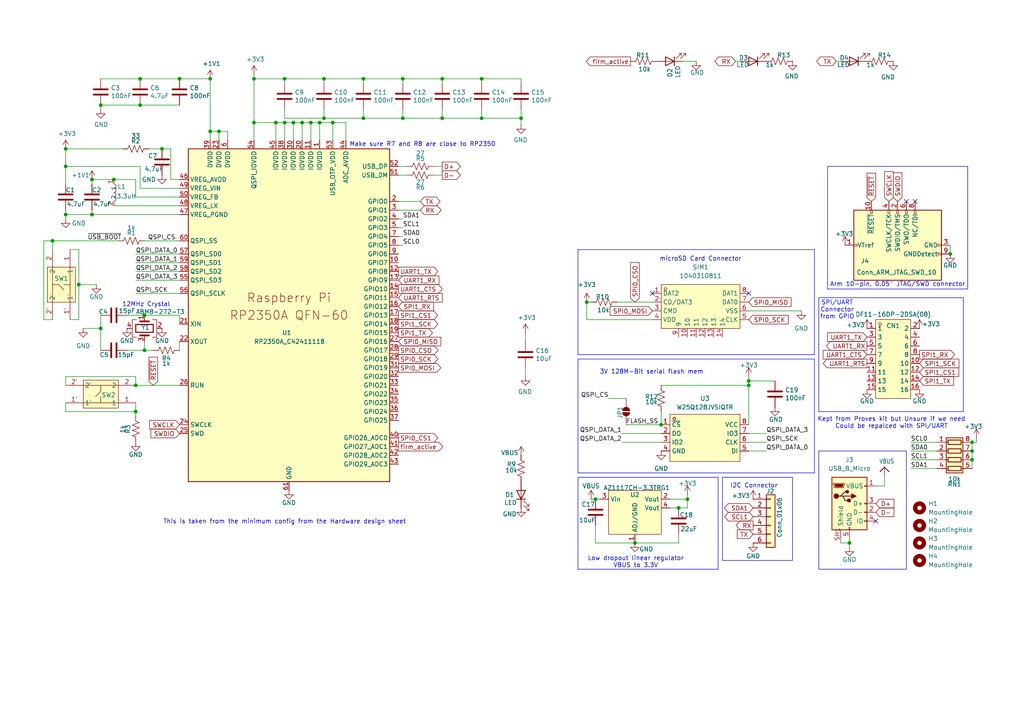
<source format=kicad_sch>
(kicad_sch (version 20250114) (generator "eeschema") (generator_version "9.0")
  (paper "A4")
  (title_block (date "2025-04-01") (rev "1") (company "Bronco Space") (comment 1 "SCALES") (comment 2 "By John Pollak"))
  (rectangle (start 167.64 138.43) (end 208.28 165.1))
  (rectangle (start 237.49 130.81) (end 262.89 165.1))
  (rectangle (start 209.55 138.43) (end 229.87 162.56))
  (rectangle (start 237.49 86.36) (end 279.4 119.38))
  (rectangle (start 240.03 48.26) (end 280.67 83.82))
  (rectangle (start 106.68 219.71) (end 153.67 270.51))
  (text "12MHz Crystal" (at 42.418 88.392 0) (effects (font (size 1.27 1.27))))
  (text "Low dropout linear regulator\nVBUS to 3.3V" (at 184.404 163.068 0) (effects (font (size 1.27 1.27))))
  (text "Kept from Proves kit but Unsure if we need\nCould be repalced with SPI/UART\n" (at 258.572 122.682 0) (effects (font (size 1.27 1.27))))
  (text "3V 128M-Bit serial flash mem\n" (at 188.976 107.95 0) (effects (font (size 1.27 1.27))))
  (text "Make sure R7 and R8 are close to RP2350\n" (at 101.346 42.672 0) (effects (font (size 1.27 1.27)) (justify left bottom)))
  (text "microSD Card Connector" (at 203.2 75.184 0) (effects (font (size 1.27 1.27))))
  (text "Arm 10-pin, 0.05\" JTAG/SWD connector" (at 260.35 82.55 0) (effects (font (size 1.27 1.27))))
  (text "This is taken from the minimum config from the Hardware design sheet" (at 82.55 151.384 0) (effects (font (size 1.27 1.27))))
  (text "I2C Connector" (at 218.694 140.97 0) (effects (font (size 1.27 1.27))))
  (text "SPI/UART\nConnector\nfrom GPIO" (at 242.824 89.916 0) (effects (font (size 1.27 1.27))))
  (junction (at 63.5 38.1))
  (junction (at 41.91 91.44))
  (junction (at 19.05 62.23))
  (junction (at 196.85 147.32))
  (junction (at 151.13 34.29))
  (junction (at 139.7 34.29))
  (junction (at 26.67 62.23))
  (junction (at 40.64 22.86))
  (junction (at 73.66 35.56))
  (junction (at 82.55 35.56))
  (junction (at 90.17 35.56))
  (junction (at 184.15 157.48))
  (junction (at 41.91 101.6))
  (junction (at 281.94 133.35))
  (junction (at 172.72 144.78))
  (junction (at 114.3 264.16))
  (junction (at 217.17 110.49))
  (junction (at 281.94 128.27))
  (junction (at 170.18 87.63))
  (junction (at 40.64 30.48))
  (junction (at 15.24 69.85))
  (junction (at 116.84 22.86))
  (junction (at 85.09 35.56))
  (junction (at 93.98 34.29))
  (junction (at 29.21 95.25))
  (junction (at 26.67 52.07))
  (junction (at 217.17 111.76))
  (junction (at 80.01 35.56))
  (junction (at 93.98 22.86))
  (junction (at 19.05 43.18))
  (junction (at 82.55 22.86))
  (junction (at 199.39 144.78))
  (junction (at 73.66 22.86))
  (junction (at 191.77 123.19))
  (junction (at 60.96 22.86))
  (junction (at 39.37 119.38))
  (junction (at 246.38 157.48))
  (junction (at 87.63 35.56))
  (junction (at 22.86 82.55))
  (junction (at 105.41 34.29))
  (junction (at 116.84 34.29))
  (junction (at 275.59 73.66))
  (junction (at 281.94 130.81))
  (junction (at 139.7 22.86))
  (junction (at 92.71 35.56))
  (junction (at 46.99 43.18))
  (junction (at 52.07 22.86))
  (junction (at 33.02 52.07))
  (junction (at 29.21 30.48))
  (junction (at 105.41 22.86))
  (junction (at 19.05 48.26))
  (junction (at 96.52 35.56))
  (junction (at 128.27 34.29))
  (junction (at 39.37 111.76))
  (junction (at 60.96 38.1))
  (junction (at 128.27 22.86))
  (junction (at 149.86 233.68))
  (no_connect (at 265.43 58.42))
  (no_connect (at 254 151.13))
  (no_connect (at 133.35 256.54))
  (no_connect (at 262.89 58.42))
  (no_connect (at 133.35 254))
  (no_connect (at 189.23 85.09))
  (no_connect (at 217.17 85.09))
  (wire (pts (xy 170.18 87.63) (xy 171.45 87.63)))
  (wire (pts (xy 133.35 226.06) (xy 137.16 226.06)))
  (wire (pts (xy 29.21 30.48) (xy 40.64 30.48)))
  (wire (pts (xy 116.84 66.04) (xy 115.57 66.04)))
  (wire (pts (xy 19.05 62.23) (xy 19.05 63.5)))
  (polyline (pts (xy 167.64 137.16) (xy 167.64 104.14)))
  (polyline (pts (xy 236.22 102.87) (xy 236.22 72.39)))
  (wire (pts (xy 82.55 35.56) (xy 82.55 40.64)))
  (wire (pts (xy 49.53 52.07) (xy 49.53 43.18)))
  (polyline (pts (xy 167.64 72.39) (xy 236.22 72.39)))
  (wire (pts (xy 26.67 53.34) (xy 26.67 52.07)))
  (wire (pts (xy 93.98 24.13) (xy 93.98 22.86)))
  (wire (pts (xy 139.7 34.29) (xy 151.13 34.29)))
  (wire (pts (xy 105.41 22.86) (xy 116.84 22.86)))
  (wire (pts (xy 199.39 147.32) (xy 199.39 144.78)))
  (wire (pts (xy 63.5 38.1) (xy 66.04 38.1)))
  (wire (pts (xy 246.38 157.48) (xy 246.38 158.75)))
  (wire (pts (xy 39.37 76.2) (xy 52.07 76.2)))
  (wire (pts (xy 151.13 34.29) (xy 151.13 36.195)))
  (wire (pts (xy 116.84 71.12) (xy 115.57 71.12)))
  (wire (pts (xy 264.16 128.27) (xy 271.78 128.27)))
  (wire (pts (xy 217.17 110.49) (xy 217.17 111.76)))
  (wire (pts (xy 199.39 147.32) (xy 196.85 147.32)))
  (wire (pts (xy 85.09 35.56) (xy 87.63 35.56)))
  (wire (pts (xy 264.16 135.89) (xy 271.78 135.89)))
  (wire (pts (xy 152.4 96.52) (xy 152.4 99.06)))
  (wire (pts (xy 19.05 60.96) (xy 19.05 62.23)))
  (wire (pts (xy 24.13 95.25) (xy 29.21 95.25)))
  (wire (pts (xy 133.35 246.38) (xy 137.16 246.38)))
  (wire (pts (xy 152.4 109.22) (xy 152.4 106.68)))
  (wire (pts (xy 139.7 34.29) (xy 128.27 34.29)))
  (wire (pts (xy 15.24 72.39) (xy 15.24 69.85)))
  (wire (pts (xy 139.7 31.75) (xy 139.7 34.29)))
  (wire (pts (xy 52.07 57.15) (xy 39.37 57.15)))
  (polyline (pts (xy 236.22 137.16) (xy 167.64 137.16)))
  (wire (pts (xy 41.91 69.85) (xy 52.07 69.85)))
  (wire (pts (xy 26.67 52.07) (xy 33.02 52.07)))
  (wire (pts (xy 82.55 31.75) (xy 82.55 34.29)))
  (wire (pts (xy 73.66 35.56) (xy 73.66 22.86)))
  (wire (pts (xy 36.83 101.6) (xy 41.91 101.6)))
  (wire (pts (xy 264.16 133.35) (xy 271.78 133.35)))
  (wire (pts (xy 196.85 147.32) (xy 194.31 147.32)))
  (wire (pts (xy 93.98 34.29) (xy 82.55 34.29)))
  (wire (pts (xy 22.86 82.55) (xy 27.94 82.55)))
  (wire (pts (xy 283.21 127) (xy 283.21 128.27)))
  (wire (pts (xy 128.27 22.86) (xy 139.7 22.86)))
  (wire (pts (xy 15.24 92.71) (xy 12.7 92.71)))
  (polyline (pts (xy 167.64 104.14) (xy 236.22 104.14)))
  (wire (pts (xy 87.63 35.56) (xy 87.63 40.64)))
  (wire (pts (xy 256.54 140.97) (xy 256.54 138.049)))
  (wire (pts (xy 39.37 109.22) (xy 39.37 111.76)))
  (wire (pts (xy 116.84 22.86) (xy 128.27 22.86)))
  (wire (pts (xy 172.72 157.48) (xy 172.72 152.4)))
  (wire (pts (xy 149.86 233.68) (xy 149.86 234.95)))
  (wire (pts (xy 180.34 125.73) (xy 191.77 125.73)))
  (polyline (pts (xy 167.64 72.39) (xy 167.64 102.87)))
  (wire (pts (xy 20.32 72.39) (xy 22.86 72.39)))
  (wire (pts (xy 121.92 58.42) (xy 115.57 58.42)))
  (wire (pts (xy 191.77 119.38) (xy 191.77 123.19)))
  (wire (pts (xy 66.04 40.64) (xy 66.04 38.1)))
  (wire (pts (xy 149.86 228.6) (xy 149.86 233.68)))
  (wire (pts (xy 222.25 128.27) (xy 217.17 128.27)))
  (wire (pts (xy 180.34 128.27) (xy 191.77 128.27)))
  (polyline (pts (xy 167.64 102.87) (xy 236.22 102.87)))
  (wire (pts (xy 39.37 85.09) (xy 52.07 85.09)))
  (wire (pts (xy 19.05 43.18) (xy 35.56 43.18)))
  (wire (pts (xy 281.94 128.27) (xy 281.94 130.81)))
  (wire (pts (xy 128.27 31.75) (xy 128.27 34.29)))
  (wire (pts (xy 196.85 157.48) (xy 196.85 154.94)))
  (wire (pts (xy 82.55 35.56) (xy 85.09 35.56)))
  (wire (pts (xy 118.11 50.8) (xy 115.57 50.8)))
  (wire (pts (xy 116.84 68.58) (xy 115.57 68.58)))
  (wire (pts (xy 22.86 92.71) (xy 22.86 82.55)))
  (wire (pts (xy 179.07 87.63) (xy 189.23 87.63)))
  (wire (pts (xy 217.17 110.49) (xy 224.79 110.49)))
  (wire (pts (xy 151.13 24.13) (xy 151.13 22.86)))
  (wire (pts (xy 29.21 95.25) (xy 29.21 101.6)))
  (wire (pts (xy 19.05 119.38) (xy 39.37 119.38)))
  (wire (pts (xy 20.32 92.71) (xy 22.86 92.71)))
  (wire (pts (xy 39.37 116.84) (xy 39.37 119.38)))
  (wire (pts (xy 87.63 35.56) (xy 90.17 35.56)))
  (wire (pts (xy 283.21 128.27) (xy 281.94 128.27)))
  (wire (pts (xy 242.57 17.78) (xy 243.84 17.78)))
  (wire (pts (xy 217.17 90.17) (xy 232.41 90.17)))
  (wire (pts (xy 116.84 31.75) (xy 116.84 34.29)))
  (wire (pts (xy 90.17 35.56) (xy 90.17 40.64)))
  (wire (pts (xy 121.92 60.96) (xy 115.57 60.96)))
  (wire (pts (xy 116.84 63.5) (xy 115.57 63.5)))
  (wire (pts (xy 80.01 35.56) (xy 80.01 40.64)))
  (wire (pts (xy 33.02 59.69) (xy 52.07 59.69)))
  (wire (pts (xy 29.21 91.44) (xy 29.21 95.25)))
  (wire (pts (xy 114.3 264.16) (xy 118.11 264.16)))
  (wire (pts (xy 128.27 24.13) (xy 128.27 22.86)))
  (wire (pts (xy 199.39 143.51) (xy 199.39 144.78)))
  (wire (pts (xy 213.36 17.78) (xy 214.63 17.78)))
  (wire (pts (xy 39.37 78.74) (xy 52.07 78.74)))
  (wire (pts (xy 15.24 69.85) (xy 34.29 69.85)))
  (wire (pts (xy 82.55 22.86) (xy 93.98 22.86)))
  (wire (pts (xy 40.64 22.86) (xy 52.07 22.86)))
  (wire (pts (xy 12.7 92.71) (xy 12.7 69.85)))
  (wire (pts (xy 133.35 243.84) (xy 137.16 243.84)))
  (wire (pts (xy 80.01 35.56) (xy 82.55 35.56)))
  (wire (pts (xy 116.84 24.13) (xy 116.84 22.86)))
  (wire (pts (xy 93.98 22.86) (xy 105.41 22.86)))
  (wire (pts (xy 184.15 157.48) (xy 196.85 157.48)))
  (wire (pts (xy 146.05 228.6) (xy 149.86 228.6)))
  (wire (pts (xy 135.89 231.14) (xy 135.89 228.6)))
  (wire (pts (xy 19.05 43.18) (xy 19.05 48.26)))
  (wire (pts (xy 172.72 144.78) (xy 173.99 144.78)))
  (wire (pts (xy 189.23 92.71) (xy 170.18 92.71)))
  (wire (pts (xy 116.84 34.29) (xy 105.41 34.29)))
  (wire (pts (xy 29.21 30.48) (xy 29.21 31.75)))
  (wire (pts (xy 90.17 35.56) (xy 92.71 35.56)))
  (wire (pts (xy 128.27 48.26) (xy 125.73 48.26)))
  (wire (pts (xy 29.21 22.86) (xy 40.64 22.86)))
  (wire (pts (xy 41.91 101.6) (xy 44.45 101.6)))
  (wire (pts (xy 22.86 72.39) (xy 22.86 82.55)))
  (wire (pts (xy 137.16 238.76) (xy 137.16 241.3)))
  (wire (pts (xy 243.84 157.48) (xy 243.84 156.21)))
  (wire (pts (xy 133.35 241.3) (xy 137.16 241.3)))
  (wire (pts (xy 43.18 43.18) (xy 46.99 43.18)))
  (wire (pts (xy 63.5 40.64) (xy 63.5 38.1)))
  (wire (pts (xy 26.67 62.23) (xy 52.07 62.23)))
  (wire (pts (xy 93.98 31.75) (xy 93.98 34.29)))
  (wire (pts (xy 96.52 35.56) (xy 96.52 40.64)))
  (wire (pts (xy 33.02 52.07) (xy 39.37 52.07)))
  (wire (pts (xy 39.37 73.66) (xy 52.07 73.66)))
  (wire (pts (xy 146.05 233.68) (xy 149.86 233.68)))
  (wire (pts (xy 40.64 54.61) (xy 52.07 54.61)))
  (wire (pts (xy 281.94 130.81) (xy 281.94 133.35)))
  (wire (pts (xy 139.7 22.86) (xy 151.13 22.86)))
  (wire (pts (xy 243.84 157.48) (xy 246.38 157.48)))
  (wire (pts (xy 41.91 101.6) (xy 41.91 99.06)))
  (polyline (pts (xy 236.22 104.14) (xy 236.22 137.16)))
  (wire (pts (xy 133.35 231.14) (xy 135.89 231.14)))
  (wire (pts (xy 133.35 238.76) (xy 137.16 238.76)))
  (wire (pts (xy 176.53 115.57) (xy 181.61 115.57)))
  (wire (pts (xy 118.11 48.26) (xy 115.57 48.26)))
  (wire (pts (xy 60.96 38.1) (xy 60.96 22.86)))
  (wire (pts (xy 92.71 35.56) (xy 92.71 40.64)))
  (wire (pts (xy 100.33 40.64) (xy 100.33 35.56)))
  (wire (pts (xy 19.05 62.23) (xy 26.67 62.23)))
  (wire (pts (xy 222.25 125.73) (xy 217.17 125.73)))
  (wire (pts (xy 49.53 52.07) (xy 52.07 52.07)))
  (wire (pts (xy 194.31 144.78) (xy 199.39 144.78)))
  (wire (pts (xy 105.41 31.75) (xy 105.41 34.29)))
  (wire (pts (xy 85.09 35.56) (xy 85.09 40.64)))
  (wire (pts (xy 40.64 48.26) (xy 40.64 54.61)))
  (wire (pts (xy 19.05 111.76) (xy 19.05 109.22)))
  (wire (pts (xy 246.38 157.48) (xy 246.38 156.21)))
  (wire (pts (xy 19.05 48.26) (xy 19.05 53.34)))
  (wire (pts (xy 275.59 71.12) (xy 275.59 73.66)))
  (wire (pts (xy 172.72 157.48) (xy 184.15 157.48)))
  (wire (pts (xy 49.53 43.18) (xy 46.99 43.18)))
  (wire (pts (xy 105.41 24.13) (xy 105.41 22.86)))
  (wire (pts (xy 19.05 109.22) (xy 39.37 109.22)))
  (wire (pts (xy 19.05 116.84) (xy 19.05 119.38)))
  (wire (pts (xy 52.07 22.86) (xy 60.96 22.86)))
  (wire (pts (xy 264.16 130.81) (xy 271.78 130.81)))
  (wire (pts (xy 82.55 24.13) (xy 82.55 22.86)))
  (wire (pts (xy 60.96 40.64) (xy 60.96 38.1)))
  (wire (pts (xy 39.37 111.76) (xy 52.07 111.76)))
  (wire (pts (xy 73.66 22.86) (xy 82.55 22.86)))
  (wire (pts (xy 73.66 35.56) (xy 80.01 35.56)))
  (wire (pts (xy 133.35 233.68) (xy 138.43 233.68)))
  (wire (pts (xy 52.07 101.6) (xy 52.07 99.06)))
  (wire (pts (xy 39.37 57.15) (xy 39.37 52.07)))
  (wire (pts (xy 201.93 17.78) (xy 198.12 17.78)))
  (wire (pts (xy 171.45 144.78) (xy 172.72 144.78)))
  (wire (pts (xy 19.05 48.26) (xy 40.64 48.26)))
  (wire (pts (xy 151.13 31.75) (xy 151.13 34.29)))
  (wire (pts (xy 73.66 21.59) (xy 73.66 22.86)))
  (wire (pts (xy 139.7 24.13) (xy 139.7 22.86)))
  (wire (pts (xy 217.17 109.22) (xy 217.17 110.49)))
  (wire (pts (xy 181.61 123.19) (xy 191.77 123.19)))
  (wire (pts (xy 217.17 111.76) (xy 217.17 123.19)))
  (wire (pts (xy 170.18 92.71) (xy 170.18 87.63)))
  (wire (pts (xy 114.3 264.16) (xy 114.3 265.43)))
  (wire (pts (xy 128.27 34.29) (xy 116.84 34.29)))
  (wire (pts (xy 110.49 264.16) (xy 114.3 264.16)))
  (wire (pts (xy 222.25 130.81) (xy 217.17 130.81)))
  (wire (pts (xy 96.52 35.56) (xy 100.33 35.56)))
  (wire (pts (xy 254 140.97) (xy 256.54 140.97)))
  (wire (pts (xy 128.27 50.8) (xy 125.73 50.8)))
  (wire (pts (xy 135.89 228.6) (xy 138.43 228.6)))
  (wire (pts (xy 105.41 34.29) (xy 93.98 34.29)))
  (wire (pts (xy 36.83 91.44) (xy 41.91 91.44)))
  (wire (pts (xy 41.91 91.44) (xy 52.07 91.44)))
  (wire (pts (xy 12.7 69.85) (xy 15.24 69.85)))
  (wire (pts (xy 26.67 60.96) (xy 26.67 62.23)))
  (wire (pts (xy 40.64 30.48) (xy 52.07 30.48)))
  (wire (pts (xy 137.16 243.84) (xy 137.16 246.38)))
  (wire (pts (xy 281.94 133.35) (xy 281.94 135.89)))
  (wire (pts (xy 73.66 35.56) (xy 73.66 40.64)))
  (wire (pts (xy 39.37 81.28) (xy 52.07 81.28)))
  (wire (pts (xy 52.07 93.98) (xy 52.07 91.44)))
  (wire (pts (xy 39.37 119.38) (xy 39.37 120.65)))
  (wire (pts (xy 60.96 38.1) (xy 63.5 38.1)))
  (wire (pts (xy 92.71 35.56) (xy 96.52 35.56)))
  (wire (pts (xy 191.77 111.76) (xy 217.17 111.76)))
  (label "SCL0" (at 264.16 128.27 0))
  (label "QSPI_DATA_1" (at 180.34 125.73 180))
  (label "QSPI_DATA_1" (at 39.37 76.2 0))
  (label "SDA1" (at 264.16 135.89 0))
  (label "QSPI_DATA_0" (at 39.37 73.66 0))
  (label "~{USB_BOOT}" (at 25.4 69.85 0))
  (label " QSPI_CS" (at 176.53 115.57 180))
  (label "SDA1" (at 116.84 63.5 0))
  (label " QSPI_CS" (at 41.91 69.85 0))
  (label "FLASH_SS" (at 181.61 123.19 0))
  (label "SDA0" (at 116.84 68.58 0))
  (label "QSPI_DATA_3" (at 222.25 125.73 0))
  (label "SDA0" (at 264.16 130.81 0))
  (label "QSPI_DATA_2" (at 180.34 128.27 180))
  (label "QSPI_SCK" (at 222.25 128.27 0))
  (label "SCL0" (at 116.84 71.12 0))
  (label "QSPI_DATA_0" (at 222.25 130.81 0))
  (label "SCL1" (at 264.16 133.35 0))
  (label "QSPI_DATA_3" (at 39.37 81.28 0))
  (label "SCL1" (at 116.84 66.04 0))
  (label "QSPI_SCK" (at 39.37 85.09 0))
  (label "QSPI_DATA_2" (at 39.37 78.74 0))
  (global_label "RX" (shape bidirectional) (at 121.92 60.96 0) (property "Intersheetrefs" "${INTERSHEET_REFS}" (effects (hide yes))))
  (global_label "SWCLK" (shape input) (at 257.81 58.42 90) (property "Intersheetrefs" "${INTERSHEET_REFS}" (effects (hide yes))))
  (global_label "SPI0_SCK" (shape input) (at 217.17 92.71 0) (property "Intersheetrefs" "${INTERSHEET_REFS}" (effects (hide yes))))
  (global_label "SPI1_TX" (shape output) (at 115.57 96.52 0) (property "Intersheetrefs" "${INTERSHEET_REFS}" (effects (hide yes))))
  (global_label "SPI1_SCK" (shape output) (at 115.57 93.98 0) (property "Intersheetrefs" "${INTERSHEET_REFS}" (effects (hide yes))))
  (global_label "D+" (shape input) (at 254 146.05 0) (property "Intersheetrefs" "${INTERSHEET_REFS}" (effects (hide yes))))
  (global_label "D-" (shape input) (at 137.16 240.03 0) (property "Intersheetrefs" "${INTERSHEET_REFS}" (effects (hide yes))))
  (global_label "UART1_TX" (shape input) (at 251.46 97.79 180) (property "Intersheetrefs" "${INTERSHEET_REFS}" (effects (hide yes))))
  (global_label "SPI0_MOSI" (shape input) (at 189.23 90.17 180) (property "Intersheetrefs" "${INTERSHEET_REFS}" (effects (hide yes))))
  (global_label "TX" (shape bidirectional) (at 121.92 58.42 0) (property "Intersheetrefs" "${INTERSHEET_REFS}" (effects (hide yes))))
  (global_label "SWCLK" (shape input) (at 52.07 123.19 180) (property "Intersheetrefs" "${INTERSHEET_REFS}" (effects (hide yes))))
  (global_label "D+" (shape output) (at 128.27 48.26 0) (property "Intersheetrefs" "${INTERSHEET_REFS}" (effects (hide yes))))
  (global_label "SPI0_MOSI" (shape output) (at 115.57 106.68 0) (property "Intersheetrefs" "${INTERSHEET_REFS}" (effects (hide yes))))
  (global_label "SWDIO" (shape input) (at 260.35 58.42 90) (property "Intersheetrefs" "${INTERSHEET_REFS}" (effects (hide yes))))
  (global_label "SPI0_CSO" (shape input) (at 184.15 87.63 90) (property "Intersheetrefs" "${INTERSHEET_REFS}" (effects (hide yes))))
  (global_label "SPI0_MISO" (shape input) (at 115.57 99.06 0) (property "Intersheetrefs" "${INTERSHEET_REFS}" (effects (hide yes))))
  (global_label "SPI1_RX" (shape output) (at 266.7 102.87 0) (property "Intersheetrefs" "${INTERSHEET_REFS}" (effects (hide yes))))
  (global_label "UART1_CTS" (shape input) (at 251.46 102.87 180) (property "Intersheetrefs" "${INTERSHEET_REFS}" (effects (hide yes))))
  (global_label "SDA1" (shape bidirectional) (at 218.44 147.32 180) (property "Intersheetrefs" "${INTERSHEET_REFS}" (effects (hide yes))))
  (global_label "SWDIO" (shape input) (at 52.07 125.73 180) (property "Intersheetrefs" "${INTERSHEET_REFS}" (effects (hide yes))))
  (global_label "TX" (shape bidirectional) (at 242.57 17.78 180) (property "Intersheetrefs" "${INTERSHEET_REFS}" (effects (hide yes))))
  (global_label "UART1_RX" (shape input) (at 115.57 81.28 0) (property "Intersheetrefs" "${INTERSHEET_REFS}" (effects (hide yes))))
  (global_label "SPI1_SCK" (shape input) (at 266.7 105.41 0) (property "Intersheetrefs" "${INTERSHEET_REFS}" (effects (hide yes))))
  (global_label "UART1_RTS" (shape input) (at 115.57 86.36 0) (property "Intersheetrefs" "${INTERSHEET_REFS}" (effects (hide yes))))
  (global_label "SPI0_SCK" (shape output) (at 115.57 104.14 0) (property "Intersheetrefs" "${INTERSHEET_REFS}" (effects (hide yes))))
  (global_label "RX" (shape bidirectional) (at 213.36 17.78 180) (property "Intersheetrefs" "${INTERSHEET_REFS}" (effects (hide yes))))
  (global_label "D-" (shape output) (at 128.27 50.8 0) (property "Intersheetrefs" "${INTERSHEET_REFS}" (effects (hide yes))))
  (global_label "firm_active" (shape output) (at 115.57 129.54 0) (property "Intersheetrefs" "${INTERSHEET_REFS}" (effects (hide yes))))
  (global_label "SPI1_TX" (shape input) (at 266.7 110.49 0) (property "Intersheetrefs" "${INTERSHEET_REFS}" (effects (hide yes))))
  (global_label "D-" (shape input) (at 254 148.59 0) (property "Intersheetrefs" "${INTERSHEET_REFS}" (effects (hide yes))))
  (global_label "SPI0_CS1" (shape output) (at 115.57 127 0) (property "Intersheetrefs" "${INTERSHEET_REFS}" (effects (hide yes))))
  (global_label "~{RESET}" (shape input) (at 44.45 111.76 90) (property "Intersheetrefs" "${INTERSHEET_REFS}" (effects (hide yes))))
  (global_label "SPI0_MISO" (shape input) (at 217.17 87.63 0) (property "Intersheetrefs" "${INTERSHEET_REFS}" (effects (hide yes))))
  (global_label "UART1_RX" (shape output) (at 251.46 100.33 180) (property "Intersheetrefs" "${INTERSHEET_REFS}" (effects (hide yes))))
  (global_label "D+" (shape input) (at 137.16 245.11 0) (property "Intersheetrefs" "${INTERSHEET_REFS}" (effects (hide yes))))
  (global_label "SPI0_CSO" (shape output) (at 115.57 101.6 0) (property "Intersheetrefs" "${INTERSHEET_REFS}" (effects (hide yes))))
  (global_label "TX" (shape input) (at 218.44 154.94 180) (property "Intersheetrefs" "${INTERSHEET_REFS}" (effects (hide yes))))
  (global_label "SPI1_CS1" (shape output) (at 115.57 91.44 0) (property "Intersheetrefs" "${INTERSHEET_REFS}" (effects (hide yes))))
  (global_label "~{RESET}" (shape input) (at 252.73 58.42 90) (property "Intersheetrefs" "${INTERSHEET_REFS}" (effects (hide yes))))
  (global_label "UART1_RTS" (shape output) (at 251.46 105.41 180) (property "Intersheetrefs" "${INTERSHEET_REFS}" (effects (hide yes))))
  (global_label "SPI1_RX" (shape input) (at 115.57 88.9 0) (property "Intersheetrefs" "${INTERSHEET_REFS}" (effects (hide yes))))
  (global_label "UART1_TX" (shape output) (at 115.57 78.74 0) (property "Intersheetrefs" "${INTERSHEET_REFS}" (effects (hide yes))))
  (global_label "firm_active" (shape output) (at 182.88 17.78 180) (property "Intersheetrefs" "${INTERSHEET_REFS}" (effects (hide yes))))
  (global_label "SPI1_CS1" (shape input) (at 266.7 107.95 0) (property "Intersheetrefs" "${INTERSHEET_REFS}" (effects (hide yes))))
  (global_label "UART1_CTS" (shape output) (at 115.57 83.82 0) (property "Intersheetrefs" "${INTERSHEET_REFS}" (effects (hide yes))))
  (global_label "SCL1" (shape bidirectional) (at 218.44 149.86 180) (property "Intersheetrefs" "${INTERSHEET_REFS}" (effects (hide yes))))
  (global_label "RX" (shape output) (at 218.44 152.4 180) (property "Intersheetrefs" "${INTERSHEET_REFS}" (effects (hide yes))))
  (symbol (lib_id "power:GND") (at 19.05 63.5 0) (mirror y) (unit 1)
    (property "Reference" "#PWR02" (effects (hide yes)))
    (property "Value" "GND" (at 22.86 64.77 0))
  )
  (symbol (lib_id "Device:C") (at 224.79 114.3 0) (unit 1)
    (property "Reference" "C19" (at 227.711 113.1316 0) (effects (justify left)))
    (property "Value" "100nF" (at 227.711 115.443 0) (effects (justify left)))
    (property "Footprint" "Capacitor_SMD:C_0402_1005Metric" (effects (hide yes)))
  )
  (symbol (lib_id "easyeda2kicad:DF11-16DP-2DSA(08)") (at 259.08 104.14 0) (unit 1)
    (property "Reference" "CN1" (at 259.08 94.488 0))
    (property "Value" "DF11-16DP-2DSA(08)" (at 259.08 91.186 0))
    (property "Footprint" "easyeda2kicad:CONN-TH_DF11-16DP-2DSA-08" (effects (hide yes)))
    (property "Datasheet" "https://lcsc.com/product-detail/Wire-To-Board-Wire-To-Wire-Connector_HRS-Hirose-HRS-DF11-16DP-2DSA-08_C530981.html" (effects (hide yes)))
    (property "LCSC Part" "C530981" (effects (hide yes)))
  )
  (symbol (lib_id "Device:LED") (at 194.31 17.78 180) (unit 1)
    (property "Reference" "D2" (at 194.31 21.082 90))
    (property "Value" "LED" (at 196.596 20.828 90))
    (property "Footprint" "LED_SMD:LED_0603_1608Metric" (effects (hide yes)))
    (property "Description" "Light emitting diode" (effects (hide yes)))
    (property "Sim.Pins" "1=K 2=A" (effects (hide yes)))
  )
  (symbol (lib_id "Device:R_Pack04") (at 276.86 133.35 270) (unit 1)
    (property "Reference" "RN1" (at 276.86 140.462 90))
    (property "Value" "10k" (at 276.86 138.938 90))
    (property "Footprint" "Resistor_SMD:R_Array_Convex_4x0603" (effects (hide yes)))
    (property "Description" "4 resistor network, parallel topology" (effects (hide yes)))
  )
  (symbol (lib_id "Device:C") (at 29.21 26.67 0) (unit 1)
    (property "Reference" "C3" (at 32.131 25.5016 0) (effects (justify left)))
    (property "Value" "100nF" (at 32.131 27.813 0) (effects (justify left)))
    (property "Footprint" "Capacitor_SMD:C_0402_1005Metric" (effects (hide yes)))
  )
  (symbol (lib_id "power:GND") (at 114.3 265.43 0) (unit 1) (exclude_from_sim yes) (in_bom no) (on_board no) (dnp yes)
    (property "Reference" "#PWR014" (effects (hide yes)))
    (property "Value" "GND" (at 114.3 268.732 0))
    (property "Description" "Power symbol creates a global label with name \"GND\" , ground" (effects (hide yes)))
  )
  (symbol (lib_id "Device:R_US") (at 121.92 50.8 270) (unit 1)
    (property "Reference" "R6" (at 121.92 54.356 90))
    (property "Value" "27" (at 121.92 52.832 90))
    (property "Footprint" "Resistor_SMD:R_0402_1005Metric" (effects (hide yes)))
    (property "Description" "Resistor, US symbol" (effects (hide yes)))
  )
  (symbol (lib_id "Device:C") (at 152.4 102.87 0) (unit 1)
    (property "Reference" "C16" (at 155.321 101.7016 0) (effects (justify left)))
    (property "Value" "10uF" (at 155.321 104.013 0) (effects (justify left)))
    (property "Footprint" "Capacitor_SMD:C_0805_2012Metric" (effects (hide yes)))
  )
  (symbol (lib_id "power:GND") (at 251.46 113.03 0) (unit 1)
    (property "Reference" "#PWR037" (effects (hide yes)))
    (property "Value" "GND" (at 251.46 116.332 0))
    (property "Description" "Power symbol creates a global label with name \"GND\" , ground" (effects (hide yes)))
  )
  (symbol (lib_id "power:GND") (at 246.38 158.75 0) (unit 1)
    (property "Reference" "#PWR035" (effects (hide yes)))
    (property "Value" "GND" (at 246.38 162.306 0))
  )
  (symbol (lib_id "Device:C") (at 93.98 27.94 0) (unit 1)
    (property "Reference" "C10" (at 96.901 26.7716 0) (effects (justify left)))
    (property "Value" "100nF" (at 96.901 29.083 0) (effects (justify left)))
    (property "Footprint" "Capacitor_SMD:C_0402_1005Metric" (effects (hide yes)))
  )
  (symbol (lib_id "power:+3V3") (at 283.21 127 0) (unit 1)
    (property "Reference" "#PWR042" (effects (hide yes)))
    (property "Value" "+3V3" (at 279.654 123.698 0) (effects (justify left)))
    (property "Description" "Power symbol creates a global label with name \"+3V3\"" (effects (hide yes)))
  )
  (symbol (lib_id "Device:C") (at 116.84 27.94 0) (unit 1)
    (property "Reference" "C12" (at 119.761 26.7716 0) (effects (justify left)))
    (property "Value" "100nF" (at 119.761 29.083 0) (effects (justify left)))
    (property "Footprint" "Capacitor_SMD:C_0402_1005Metric" (effects (hide yes)))
  )
  (symbol (lib_id "Jumper:SolderJumper_2_Open") (at 181.61 119.38 270) (unit 1)
    (property "Reference" "JP1" (at 179.832 119.634 0))
    (property "Value" "SolderJumper_2_Open" (effects (hide yes)))
    (property "Footprint" "Jumper:SolderJumper-2_P1.3mm_Open_RoundedPad1.0x1.5mm" (effects (hide yes)))
    (property "Description" "Solder Jumper, 2-pole, open" (effects (hide yes)))
  )
  (symbol (lib_id "Device:LED") (at 151.13 143.51 90) (unit 1)
    (property "Reference" "D1" (at 147.828 143.51 90))
    (property "Value" "LED" (at 148.082 145.796 90))
    (property "Footprint" "LED_SMD:LED_0603_1608Metric" (effects (hide yes)))
    (property "Description" "Light emitting diode" (effects (hide yes)))
    (property "Sim.Pins" "1=K 2=A" (effects (hide yes)))
  )
  (symbol (lib_id "power:GND") (at 224.79 118.11 0) (unit 1)
    (property "Reference" "#PWR031" (effects (hide yes)))
    (property "Value" "GND" (at 225.044 121.666 0))
    (property "Description" "Power symbol creates a global label with name \"GND\" , ground" (effects (hide yes)))
  )
  (symbol (lib_id "power:+3V3") (at 152.4 96.52 0) (unit 1)
    (property "Reference" "#PWR020" (effects (hide yes)))
    (property "Value" "+3V3" (at 152.781 92.1258 0))
  )
  (symbol (lib_id "power:GND") (at 27.94 82.55 0) (unit 1)
    (property "Reference" "#PWR05" (effects (hide yes)))
    (property "Value" "GND" (at 27.94 86.106 0))
    (property "Description" "Power symbol creates a global label with name \"GND\" , ground" (effects (hide yes)))
  )
  (symbol (lib_id "power:GND") (at 24.13 95.25 0) (unit 1)
    (property "Reference" "#PWR03" (effects (hide yes)))
    (property "Value" "GND" (at 24.13 100.33 0))
    (property "Description" "Power symbol creates a global label with name \"GND\" , ground" (effects (hide yes)))
  )
  (symbol (lib_id "Device:LED") (at 218.44 17.78 180) (unit 1)
    (property "Reference" "D3" (at 215.646 16.764 0))
    (property "Value" "LED" (at 215.392 18.796 0))
    (property "Footprint" "LED_SMD:LED_0603_1608Metric" (effects (hide yes)))
    (property "Description" "Light emitting diode" (effects (hide yes)))
    (property "Sim.Pins" "1=K 2=A" (effects (hide yes)))
  )
  (symbol (lib_id "Device:C") (at 172.72 148.59 180) (unit 1)
    (property "Reference" "C17" (at 168.656 146.304 0) (effects (justify right)))
    (property "Value" "10uF" (at 167.894 150.876 0) (effects (justify right)))
    (property "Footprint" "Capacitor_SMD:C_0805_2012Metric" (effects (hide yes)))
    (property "Description" "Unpolarized capacitor" (effects (hide yes)))
  )
  (symbol (lib_id "power:+3V3") (at 19.05 43.18 0) (unit 1)
    (property "Reference" "#PWR01" (effects (hide yes)))
    (property "Value" "+3V3" (at 19.431 38.7858 0))
  )
  (symbol (lib_id "power:+1V1") (at 26.67 52.07 0) (unit 1)
    (property "Reference" "#PWR04" (effects (hide yes)))
    (property "Value" "+1V1" (at 23.368 50.8 0))
  )
  (symbol (lib_id "Adafruit ItsyBitsy RP2040-eagle-import:VBUS") (at 256.54 135.509 0) (unit 1)
    (property "Reference" "#U$01" (effects (hide yes)))
    (property "Value" "VBUS" (at 255.016 134.493 0) (effects (font (size 1.27 1.0795)) (justify left bottom)))
    (property "Footprint" "Adafruit ItsyBitsy RP2040:" (effects (hide yes)))
  )
  (symbol (lib_id "Device:C") (at 52.07 26.67 0) (unit 1)
    (property "Reference" "C8" (at 54.991 25.5016 0) (effects (justify left)))
    (property "Value" "100nF" (at 54.991 27.813 0) (effects (justify left)))
    (property "Footprint" "Capacitor_SMD:C_0402_1005Metric" (effects (hide yes)))
  )
  (symbol (lib_id "Device:R_US") (at 142.24 233.68 270) (unit 1) (exclude_from_sim yes) (in_bom no) (on_board no) (dnp yes)
    (property "Reference" "R8" (at 142.24 235.458 90))
    (property "Value" "5.1k" (at 142.24 236.982 90))
    (property "Footprint" "Resistor_SMD:R_0603_1608Metric" (effects (hide yes)))
    (property "Description" "Resistor, US symbol" (effects (hide yes)))
  )
  (symbol (lib_id "Device:C") (at 105.41 27.94 0) (unit 1)
    (property "Reference" "C11" (at 108.331 26.7716 0) (effects (justify left)))
    (property "Value" "100nF" (at 108.331 29.083 0) (effects (justify left)))
    (property "Footprint" "Capacitor_SMD:C_0402_1005Metric" (effects (hide yes)))
  )
  (symbol (lib_id "power:+3V3") (at 73.66 21.59 0) (unit 1)
    (property "Reference" "#PWR012" (effects (hide yes)))
    (property "Value" "+3V3" (at 74.041 17.1958 0))
  )
  (symbol (lib_id "power:GND") (at 46.99 50.8 0) (unit 1)
    (property "Reference" "#PWR09" (effects (hide yes)))
    (property "Value" "GND" (at 43.18 52.07 0))
  )
  (symbol (lib_id "power:VPP") (at 171.45 144.78 0) (unit 1)
    (property "Reference" "#PWR023" (effects (hide yes)))
    (property "Value" "VBUS" (at 171.45 140.97 0))
    (property "Description" "Power symbol creates a global label with name \"VPP\"" (effects (hide yes)))
  )
  (symbol (lib_id "power:GND") (at 29.21 31.75 0) (unit 1)
    (property "Reference" "#PWR06" (effects (hide yes)))
    (property "Value" "GND" (at 29.337 36.1442 0))
  )
  (symbol (lib_id "Device:C") (at 82.55 27.94 0) (unit 1)
    (property "Reference" "C9" (at 85.471 26.7716 0) (effects (justify left)))
    (property "Value" "100nF" (at 85.471 29.083 0) (effects (justify left)))
    (property "Footprint" "Capacitor_SMD:C_0402_1005Metric" (effects (hide yes)))
  )
  (symbol (lib_id "power:GND") (at 151.13 147.32 0) (unit 1)
    (property "Reference" "#PWR019" (effects (hide yes)))
    (property "Value" "GND" (at 147.828 149.098 0))
    (property "Description" "Power symbol creates a global label with name \"GND\" , ground" (effects (hide yes)))
  )
  (symbol (lib_id "Connector:USB_C_Receptacle_USB2.0_16P") (at 118.11 241.3 0) (unit 1) (exclude_from_sim yes) (in_bom no) (on_board no) (dnp yes)
    (property "Reference" "J1" (at 110.236 225.806 0))
    (property "Value" "USB_C_Receptacle_USB2.0_16P" (at 117.856 222.504 0) (effects (font (size 0.889 0.889))))
    (property "Footprint" "Connector_USB:USB_C_Receptacle_HRO_TYPE-C-31-M-12" (effects (hide yes)))
    (property "Datasheet" "https://www.usb.org/sites/default/files/documents/usb_type-c.zip" (effects (hide yes)))
    (property "Description" "USB 2.0-only 16P Type-C Receptacle connector" (effects (hide yes)))
  )
  (symbol (lib_id "power:+1V1") (at 60.96 22.86 0) (unit 1)
    (property "Reference" "#PWR011" (effects (hide yes)))
    (property "Value" "+1V1" (at 61.341 18.4658 0))
  )
  (symbol (lib_id "Mechanical:MountingHole") (at 266.7 147.32 0) (unit 1) (in_bom no)
    (property "Reference" "H1" (at 269.24 146.0499 0) (effects (justify left)))
    (property "Value" "MountingHole" (at 269.24 148.5899 0) (effects (justify left)))
    (property "Footprint" "MountingHole:MountingHole_2.5mm_Pad" (effects (hide yes)))
    (property "Description" "Mounting Hole without connection" (effects (hide yes)))
  )
  (symbol (lib_id "easyeda2kicad:AZ1117CH-3.3TRG1") (at 184.15 149.86 0) (unit 1)
    (property "Reference" "U2" (at 184.15 143.51 0))
    (property "Value" "AZ1117CH-3.3TRG1" (at 184.658 141.478 0))
    (property "Footprint" "easyeda2kicad:SOT-223-3_L6.5-W3.4-P2.30-LS7.0-BR" (effects (hide yes)))
    (property "Datasheet" "https://lcsc.com/product-detail/Low-Dropout-Regulators-LDO_DIODES_AZ1117CH-3-3TRG1_AZ1117CH-3-3TRG1_C92102.html" (effects (hide yes)))
    (property "LCSC Part" "C92102" (effects (hide yes)))
  )
  (symbol (lib_id "Device:C") (at 196.85 151.13 180) (unit 1)
    (property "Reference" "C18" (at 197.104 149.352 0) (effects (justify right)))
    (property "Value" "22uF" (at 197.358 153.416 0) (effects (justify right)))
    (property "Footprint" "Capacitor_SMD:C_0805_2012Metric" (effects (hide yes)))
    (property "Description" "Unpolarized capacitor" (effects (hide yes)))
  )
  (symbol (lib_id "Device:C") (at 128.27 27.94 0) (unit 1)
    (property "Reference" "C13" (at 131.191 26.7716 0) (effects (justify left)))
    (property "Value" "100nF" (at 131.191 29.083 0) (effects (justify left)))
    (property "Footprint" "Capacitor_SMD:C_0402_1005Metric" (effects (hide yes)))
  )
  (symbol (lib_id "power:GND") (at 152.4 109.22 0) (mirror y) (unit 1)
    (property "Reference" "#PWR021" (effects (hide yes)))
    (property "Value" "GND" (at 152.273 113.6142 0))
  )
  (symbol (lib_id "Device:R_US") (at 142.24 228.6 270) (unit 1) (exclude_from_sim yes) (in_bom no) (on_board no) (dnp yes)
    (property "Reference" "R7" (at 142.24 230.378 90))
    (property "Value" "5.1k" (at 142.24 231.902 90))
    (property "Footprint" "Resistor_SMD:R_0603_1608Metric" (effects (hide yes)))
    (property "Description" "Resistor, US symbol" (effects (hide yes)))
  )
  (symbol (lib_id "easyeda2kicad:1040310811") (at 203.2 88.9 0) (unit 1)
    (property "Reference" "SIM1" (at 203.2 77.47 0))
    (property "Value" "1040310811" (at 203.2 80.01 0))
    (property "Footprint" "easyeda2kicad:SIM-SMD_8P-1040310811" (effects (hide yes)))
    (property "Datasheet" "https://jlcpcb.com/partdetail/Molex-1040310811/C585350" (effects (hide yes)))
    (property "LCSC Part" "C585350" (effects (hide yes)))
  )
  (symbol (lib_id "Mechanical:MountingHole") (at 266.7 162.56 0) (unit 1) (in_bom no)
    (property "Reference" "H4" (at 269.24 161.2899 0) (effects (justify left)))
    (property "Value" "MountingHole" (at 269.24 163.8299 0) (effects (justify left)))
    (property "Footprint" "MountingHole:MountingHole_2.5mm_Pad" (effects (hide yes)))
    (property "Description" "Mounting Hole without connection" (effects (hide yes)))
  )
  (symbol (lib_id "power:GND") (at 151.13 36.195 0) (mirror y) (unit 1)
    (property "Reference" "#PWR017" (effects (hide yes)))
    (property "Value" "GND" (at 151.003 40.5892 0))
  )
  (symbol (lib_id "easyeda2kicad:RP2350A_C42411118") (at 83.82 91.44 0) (unit 1)
    (property "Reference" "U1" (at 81.788 96.52 0) (effects (justify left)))
    (property "Value" "RP2350A_C42411118" (at 73.66 99.06 0) (effects (justify left)))
    (property "Footprint" "easyeda2kicad:QFN-60_L7.0-W7.0-P0.40-TL-EP3.4" (effects (hide yes)))
    (property "Datasheet" "https://jlcpcb.com/partdetail/RaspberryPi-RP2350A/C42411118" (effects (hide yes)))
    (property "LCSC Part" "C42411118" (effects (hide yes)))
    (property "Hardware Guide" "extension://efaidnbmnnnibpcajpcglclefindmkaj/https://datasheets.raspberrypi.com/rp2350/hardware-design-with-rp2350.pdf" (effects (hide yes)))
  )
  (symbol (lib_id "power:+3V3") (at 217.17 109.22 0) (unit 1)
    (property "Reference" "#PWR028" (effects (hide yes)))
    (property "Value" "+3V3" (at 217.17 105.918 0))
    (property "Description" "Power symbol creates a global label with name \"+3V3\"" (effects (hide yes)))
  )
  (symbol (lib_id "easyeda2kicad:W25Q128JVSIQTR") (at 204.47 127 0) (unit 1)
    (property "Reference" "U3" (at 204.47 115.57 0))
    (property "Value" "W25Q128JVSIQTR" (at 204.47 118.11 0))
    (property "Footprint" "easyeda2kicad:SOIC-8_L5.3-W5.3-P1.27-LS8.0-BL" (effects (hide yes)))
    (property "Datasheet" "https://lcsc.com/product-detail/FLASH_W25Q128JVSIQTR_C97521.html" (effects (hide yes)))
    (property "LCSC Part" "C97521" (effects (hide yes)))
  )
  (symbol (lib_id "Device:C") (at 139.7 27.94 0) (unit 1)
    (property "Reference" "C14" (at 142.621 26.7716 0) (effects (justify left)))
    (property "Value" "100nF" (at 142.621 29.083 0) (effects (justify left)))
    (property "Footprint" "Capacitor_SMD:C_0402_1005Metric" (effects (hide yes)))
  )
  (symbol (lib_id "Mechanical:MountingHole") (at 266.7 157.48 0) (unit 1) (in_bom no)
    (property "Reference" "H3" (at 269.24 156.2099 0) (effects (justify left)))
    (property "Value" "MountingHole" (at 269.24 158.7499 0) (effects (justify left)))
    (property "Footprint" "MountingHole:MountingHole_2.5mm_Pad" (effects (hide yes)))
    (property "Description" "Mounting Hole without connection" (effects (hide yes)))
  )
  (symbol (lib_id "power:GND") (at 201.93 17.78 0) (unit 1)
    (property "Reference" "#PWR027" (effects (hide yes)))
    (property "Value" "GND" (at 202.184 21.082 0))
    (property "Description" "Power symbol creates a global label with name \"GND\" , ground" (effects (hide yes)))
  )
  (symbol (lib_id "Device:C") (at 33.02 91.44 90) (unit 1)
    (property "Reference" "C4" (at 29.972 90.424 90))
    (property "Value" "15pF" (at 36.83 90.17 90))
    (property "Footprint" "Capacitor_SMD:C_0402_1005Metric" (effects (hide yes)))
    (property "Description" "Unpolarized capacitor" (effects (hide yes)))
  )
  (symbol (lib_id "Device:C") (at 40.64 26.67 0) (unit 1)
    (property "Reference" "C6" (at 43.561 25.5016 0) (effects (justify left)))
    (property "Value" "4.7uF" (at 43.561 27.813 0) (effects (justify left)))
    (property "Footprint" "Capacitor_SMD:C_0402_1005Metric" (effects (hide yes)))
  )
  (symbol (lib_id "power:GND") (at 218.44 157.48 0) (unit 1)
    (property "Reference" "#PWR030" (effects (hide yes)))
    (property "Value" "GND" (at 218.44 161.29 0))
    (property "Description" "Power symbol creates a global label with name \"GND\" , ground" (effects (hide yes)))
  )
  (symbol (lib_id "power:+3V3") (at 199.39 143.51 0) (unit 1)
    (property "Reference" "#PWR026" (effects (hide yes)))
    (property "Value" "+3V3" (at 199.39 140.208 0))
    (property "Description" "Power symbol creates a global label with name \"+3V3\"" (effects (hide yes)))
  )
  (symbol (lib_id "power:GND") (at 191.77 130.81 0) (unit 1)
    (property "Reference" "#PWR025" (effects (hide yes)))
    (property "Value" "GND" (at 191.77 135.89 0))
    (property "Description" "Power symbol creates a global label with name \"GND\" , ground" (effects (hide yes)))
  )
  (symbol (lib_id "Device:R_US") (at 191.77 115.57 180) (unit 1)
    (property "Reference" "R12" (at 188.976 115.062 0))
    (property "Value" "10k" (at 188.976 116.586 0))
    (property "Footprint" "Resistor_SMD:R_0603_1608Metric" (effects (hide yes)))
    (property "Description" "Resistor, US symbol" (effects (hide yes)))
  )
  (symbol (lib_id "power:+3V3") (at 266.7 95.25 0) (unit 1)
    (property "Reference" "#PWR039" (effects (hide yes)))
    (property "Value" "+3V3" (at 270.002 93.98 0))
    (property "Description" "Power symbol creates a global label with name \"+3V3\"" (effects (hide yes)))
  )
  (symbol (lib_id "Device:R_US") (at 255.27 17.78 90) (unit 1)
    (property "Reference" "R14" (at 256.54 16.002 90))
    (property "Value" "1k" (at 252.476 18.796 90))
    (property "Footprint" "Resistor_SMD:R_0603_1608Metric" (effects (hide yes)))
    (property "Description" "Resistor, US symbol" (effects (hide yes)))
  )
  (symbol (lib_id "Connector:Conn_ARM_JTAG_SWD_10") (at 260.35 71.12 90) (unit 1)
    (property "Reference" "J4" (at 249.682 75.692 90) (effects (justify right)))
    (property "Value" "Conn_ARM_JTAG_SWD_10" (at 248.412 78.994 90) (effects (justify right)))
    (property "Footprint" "SCALES:JTAG_2X05_1.27MM_BOX_NOCREAM" (effects (hide yes)))
    (property "Datasheet" "http://infocenter.arm.com/help/topic/com.arm.doc.ddi0314h/DDI0314H_coresight_components_trm.pdf" (effects (hide yes)))
    (property "Description" "Cortex Debug Connector, standard ARM Cortex-M SWD and JTAG interface" (effects (hide yes)))
  )
  (symbol (lib_id "Device:R_US") (at 39.37 124.46 0) (unit 1)
    (property "Reference" "R3" (at 37.084 124.46 90))
    (property "Value" "1k" (at 35.56 124.46 90))
    (property "Footprint" "Resistor_SMD:R_0402_1005Metric" (effects (hide yes)))
    (property "Description" "Resistor, US symbol" (effects (hide yes)))
  )
  (symbol (lib_id "Device:R_US") (at 151.13 135.89 180) (unit 1)
    (property "Reference" "R9" (at 148.336 134.62 0))
    (property "Value" "10k" (at 148.336 136.398 0))
    (property "Footprint" "Resistor_SMD:R_0603_1608Metric" (effects (hide yes)))
    (property "Description" "Resistor, US symbol" (effects (hide yes)))
  )
  (symbol (lib_id "Device:R_US") (at 38.1 69.85 270) (unit 1)
    (property "Reference" "R1" (at 38.1 67.564 90))
    (property "Value" "1k" (at 38.1 66.04 90))
    (property "Footprint" "Resistor_SMD:R_0402_1005Metric" (effects (hide yes)))
    (property "Description" "Resistor, US symbol" (effects (hide yes)))
  )
  (symbol (lib_id "power:VPP") (at 151.13 132.08 0) (unit 1)
    (property "Reference" "#PWR018" (effects (hide yes)))
    (property "Value" "VBUS" (at 147.828 131.318 0))
    (property "Description" "Power symbol creates a global label with name \"VPP\"" (effects (hide yes)))
  )
  (symbol (lib_id "Device:C") (at 19.05 57.15 0) (unit 1)
    (property "Reference" "C1" (at 19.05 55.118 0) (effects (justify left)))
    (property "Value" "4.7uF" (at 19.304 59.182 0) (effects (justify left)))
    (property "Footprint" "SCALES:C_0402_1005Metric_small_pads" (effects (hide yes)))
  )
  (symbol (lib_id "easeda2kicad:EVPAA602W") (at 29.21 114.3 180) (unit 1)
    (property "Reference" "SW2" (at 31.496 114.554 0))
    (property "Value" "EVPAA602W" (effects (hide yes)))
    (property "Footprint" "easyeda2kicad:KEY-TH_4P-L3.5-W4.9-P2.80-LS4.3" (effects (hide yes)))
    (property "Datasheet" "https://lcsc.com/product-detail/Tactile-Switches_PANASONIC_EVPAA602W_Switch-3-5-2-9-1-7Plastic-head-3-5N-0-15mm-SMD_C79148.html" (effects (hide yes)))
    (property "LCSC Part" "C79148" (effects (hide yes)))
  )
  (symbol (lib_id "power:GND") (at 259.08 17.78 0) (unit 1)
    (property "Reference" "#PWR038" (effects (hide yes)))
    (property "Value" "GND" (at 259.588 22.352 0) (effects (justify right)))
    (property "Description" "Power symbol creates a global label with name \"GND\" , ground" (effects (hide yes)))
  )
  (symbol (lib_id "Mechanical:MountingHole") (at 266.7 152.4 0) (unit 1) (in_bom no)
    (property "Reference" "H2" (at 269.24 151.1299 0) (effects (justify left)))
    (property "Value" "MountingHole" (at 269.24 153.6699 0) (effects (justify left)))
    (property "Footprint" "MountingHole:MountingHole_2.5mm_Pad" (effects (hide yes)))
    (property "Description" "Mounting Hole without connection" (effects (hide yes)))
  )
  (symbol (lib_id "Connector_Generic:Conn_01x06") (at 223.52 149.86 0) (unit 1)
    (property "Reference" "J2" (at 222.25 142.494 0) (effects (justify left)))
    (property "Value" "Conn_01x06" (at 226.06 155.956 90) (effects (justify left)))
    (property "Footprint" "easyeda2kicad:HDR-TH_6P-P2.54-V-M-1" (effects (hide yes)))
    (property "Datasheet" "https://jlcpcb.com/partdetail/38187-2_54_1x6PStraightpin/C37208" (effects (hide yes)))
    (property "Description" "Generic connector, single row, 01x06, script generated (kicad-library-utils/schlib/autogen/connector/)" (effects (hide yes)))
  )
  (symbol (lib_id "Device:C") (at 26.67 57.15 0) (unit 1)
    (property "Reference" "C2" (at 26.67 55.118 0) (effects (justify left)))
    (property "Value" "4.7uF" (at 26.924 59.182 0) (effects (justify left)))
    (property "Footprint" "SCALES:C_0402_1005Metric_small_pads" (effects (hide yes)))
  )
  (symbol (lib_id "easyeda2kicad:AOTA-B201610S3R3-101-T") (at 33.02 55.88 270) (unit 1)
    (property "Reference" "L1" (at 34.036 54.102 90) (effects (justify left)))
    (property "Value" "3.3uH" (at 33.782 56.896 90) (effects (justify left)))
    (property "Footprint" "easyeda2kicad:IND-SMD_L2.0-W1.6_AOTA-B201610S3R3-101-T" (effects (hide yes)))
    (property "LCSC Part" "C42411119" (effects (hide yes)))
  )
  (symbol (lib_id "Device:R_US") (at 175.26 87.63 270) (unit 1)
    (property "Reference" "R10" (at 174.752 86.106 90))
    (property "Value" "10k" (at 175.006 89.916 90))
    (property "Footprint" "Resistor_SMD:R_0603_1608Metric" (effects (hide yes)))
    (property "Description" "Resistor, US symbol" (effects (hide yes)))
  )
  (symbol (lib_id "easeda2kicad:EVPAA602W") (at 17.78 82.55 270) (unit 1)
    (property "Reference" "SW1" (at 15.748 80.772 90) (effects (justify left)))
    (property "Value" "EVPAA602W" (effects (hide yes)))
    (property "Footprint" "easyeda2kicad:KEY-TH_4P-L3.5-W4.9-P2.80-LS4.3" (effects (hide yes)))
    (property "Datasheet" "https://lcsc.com/product-detail/Tactile-Switches_PANASONIC_EVPAA602W_Switch-3-5-2-9-1-7Plastic-head-3-5N-0-15mm-SMD_C79148.html" (effects (hide yes)))
    (property "LCSC Part" "C79148" (effects (hide yes)))
  )
  (symbol (lib_id "Device:R_US") (at 121.92 48.26 270) (unit 1)
    (property "Reference" "R5" (at 121.92 45.974 90))
    (property "Value" "27" (at 121.92 44.45 90))
    (property "Footprint" "Resistor_SMD:R_0402_1005Metric" (effects (hide yes)))
    (property "Description" "Resistor, US symbol" (effects (hide yes)))
  )
  (symbol (lib_id "power:+3V3") (at 251.46 95.25 0) (unit 1)
    (property "Reference" "#PWR036" (effects (hide yes)))
    (property "Value" "+3V3" (at 248.158 94.234 0))
    (property "Description" "Power symbol creates a global label with name \"+3V3\"" (effects (hide yes)))
  )
  (symbol (lib_id "power:VPP") (at 137.16 226.06 0) (unit 1) (exclude_from_sim yes) (in_bom no) (on_board no) (dnp yes)
    (property "Reference" "#PWR015" (effects (hide yes)))
    (property "Value" "VBUS" (at 135.636 222.504 0))
    (property "Description" "Power symbol creates a global label with name \"VPP\"" (effects (hide yes)))
  )
  (symbol (lib_id "Device:R_US") (at 39.37 43.18 270) (unit 1)
    (property "Reference" "R2" (at 39.37 40.894 90))
    (property "Value" "33" (at 39.37 39.37 90))
    (property "Footprint" "Resistor_SMD:R_0402_1005Metric" (effects (hide yes)))
    (property "Description" "Resistor, US symbol" (effects (hide yes)))
  )
  (symbol (lib_id "power:GND") (at 266.7 113.03 0) (unit 1)
    (property "Reference" "#PWR040" (effects (hide yes)))
    (property "Value" "GND" (at 266.7 116.332 0))
    (property "Description" "Power symbol creates a global label with name \"GND\" , ground" (effects (hide yes)))
  )
  (symbol (lib_id "power:GND") (at 36.83 95.25 0) (unit 1)
    (property "Reference" "#PWR07" (effects (hide yes)))
    (property "Value" "GND" (at 36.83 98.806 0))
    (property "Description" "Power symbol creates a global label with name \"GND\" , ground" (effects (hide yes)))
  )
  (symbol (lib_id "Device:Crystal_GND24") (at 41.91 95.25 270) (unit 1)
    (property "Reference" "Y1" (at 42.164 94.996 90))
    (property "Value" "ABM8-272-T3" (at 46.482 90.424 90))
    (property "Footprint" "Crystal:Crystal_SMD_3225-4Pin_3.2x2.5mm" (effects (hide yes)))
    (property "Description" "Four pin crystal, GND on pins 2 and 4" (effects (hide yes)))
  )
  (symbol (lib_id "power:GND") (at 83.82 142.24 0) (unit 1)
    (property "Reference" "#PWR013" (effects (hide yes)))
    (property "Value" "GND" (at 83.82 145.796 0))
    (property "Description" "Power symbol creates a global label with name \"GND\" , ground" (effects (hide yes)))
  )
  (symbol (lib_id "Connector:USB_B_Micro") (at 246.38 146.05 0) (unit 1)
    (property "Reference" "J3" (at 246.38 133.35 0))
    (property "Value" "USB_B_Micro" (at 246.38 135.89 0))
    (property "Footprint" "easyeda2kicad:MICRO-USB-SMD_5P-P0.65-H-F_105164-0001" (effects (hide yes)))
  )
  (symbol (lib_id "power:+3V3") (at 170.18 87.63 0) (unit 1)
    (property "Reference" "#PWR022" (effects (hide yes)))
    (property "Value" "+3V3" (at 170.18 82.55 0))
    (property "Description" "Power symbol creates a global label with name \"+3V3\"" (effects (hide yes)))
  )
  (symbol (lib_id "power:GND") (at 149.86 234.95 0) (unit 1) (exclude_from_sim yes) (in_bom no) (on_board no) (dnp yes)
    (property "Reference" "#PWR016" (effects (hide yes)))
    (property "Value" "GND" (at 149.86 238.252 0))
    (property "Description" "Power symbol creates a global label with name \"GND\" , ground" (effects (hide yes)))
  )
  (symbol (lib_id "power:GND") (at 275.59 73.66 0) (unit 1)
    (property "Reference" "#PWR041" (effects (hide yes)))
    (property "Value" "GND" (at 275.59 76.962 0))
    (property "Description" "Power symbol creates a global label with name \"GND\" , ground" (effects (hide yes)))
  )
  (symbol (lib_id "Device:R_US") (at 226.06 17.78 90) (unit 1)
    (property "Reference" "R13" (at 227.33 16.002 90))
    (property "Value" "1k" (at 223.266 18.796 90))
    (property "Footprint" "Resistor_SMD:R_0603_1608Metric" (effects (hide yes)))
    (property "Description" "Resistor, US symbol" (effects (hide yes)))
  )
  (symbol (lib_id "Device:C") (at 33.02 101.6 90) (unit 1)
    (property "Reference" "C5" (at 30.226 102.87 90))
    (property "Value" "15pF" (at 36.576 102.87 90))
    (property "Footprint" "Capacitor_SMD:C_0402_1005Metric" (effects (hide yes)))
    (property "Description" "Unpolarized capacitor" (effects (hide yes)))
  )
  (symbol (lib_id "power:GND") (at 232.41 90.17 0) (unit 1)
    (property "Reference" "#PWR033" (effects (hide yes)))
    (property "Value" "GND" (at 232.41 95.25 0))
    (property "Description" "Power symbol creates a global label with name \"GND\" , ground" (effects (hide yes)))
  )
  (symbol (lib_id "Device:LED") (at 247.65 17.78 180) (unit 1)
    (property "Reference" "D4" (at 244.856 16.764 0))
    (property "Value" "LED" (at 244.602 18.796 0))
    (property "Footprint" "LED_SMD:LED_0603_1608Metric" (effects (hide yes)))
    (property "Description" "Light emitting diode" (effects (hide yes)))
    (property "Sim.Pins" "1=K 2=A" (effects (hide yes)))
  )
  (symbol (lib_id "power:GND") (at 46.99 95.25 0) (unit 1)
    (property "Reference" "#PWR010" (effects (hide yes)))
    (property "Value" "GND" (at 46.99 98.806 0))
    (property "Description" "Power symbol creates a global label with name \"GND\" , ground" (effects (hide yes)))
  )
  (symbol (lib_id "power:GND") (at 39.37 128.27 0) (unit 1)
    (property "Reference" "#PWR08" (effects (hide yes)))
    (property "Value" "GND" (at 39.37 131.826 0))
    (property "Description" "Power symbol creates a global label with name \"GND\" , ground" (effects (hide yes)))
  )
  (symbol (lib_id "Device:R_US") (at 186.69 17.78 270) (unit 1)
    (property "Reference" "R11" (at 186.436 16.002 90))
    (property "Value" "10k" (at 186.944 20.066 90))
    (property "Footprint" "Resistor_SMD:R_0603_1608Metric" (effects (hide yes)))
    (property "Description" "Resistor, US symbol" (effects (hide yes)))
  )
  (symbol (lib_id "Device:R_US") (at 48.26 101.6 90) (unit 1)
    (property "Reference" "R4" (at 48.26 103.886 90))
    (property "Value" "1k" (at 48.26 105.41 90))
    (property "Footprint" "Resistor_SMD:R_0402_1005Metric" (effects (hide yes)))
    (property "Description" "Resistor, US symbol" (effects (hide yes)))
  )
  (symbol (lib_id "Device:C") (at 151.13 27.94 0) (unit 1)
    (property "Reference" "C15" (at 154.051 26.7716 0) (effects (justify left)))
    (property "Value" "100nF" (at 154.051 29.083 0) (effects (justify left)))
    (property "Footprint" "Capacitor_SMD:C_0402_1005Metric" (effects (hide yes)))
  )
  (symbol (lib_id "Device:C") (at 46.99 46.99 0) (unit 1)
    (property "Reference" "C7" (at 42.926 45.212 0) (effects (justify left)))
    (property "Value" "4.7uF" (at 41.91 49.022 0) (effects (justify left)))
    (property "Footprint" "Capacitor_SMD:C_0402_1005Metric" (effects (hide yes)))
  )
  (symbol (lib_id "power:+3V3") (at 218.44 144.78 0) (unit 1)
    (property "Reference" "#PWR029" (effects (hide yes)))
    (property "Value" "+3V3" (at 214.884 143.764 0))
    (property "Description" "Power symbol creates a global label with name \"+3V3\"" (effects (hide yes)))
  )
  (symbol (lib_id "power:GND") (at 229.87 17.78 0) (unit 1)
    (property "Reference" "#PWR032" (effects (hide yes)))
    (property "Value" "GND" (at 231.648 22.098 0) (effects (justify right)))
    (property "Description" "Power symbol creates a global label with name \"GND\" , ground" (effects (hide yes)))
  )
  (symbol (lib_id "power:+3V3") (at 245.11 71.12 0) (unit 1)
    (property "Reference" "#PWR034" (effects (hide yes)))
    (property "Value" "+3V3" (at 244.856 67.818 0))
    (property "Description" "Power symbol creates a global label with name \"+3V3\"" (effects (hide yes)))
  )
  (symbol (lib_id "power:GND") (at 184.15 157.48 0) (unit 1)
    (property "Reference" "#PWR024" (effects (hide yes)))
    (property "Value" "GND" (at 187.452 159.258 0))
    (property "Description" "Power symbol creates a global label with name \"GND\" , ground" (effects (hide yes)))
  )
)
</source>
